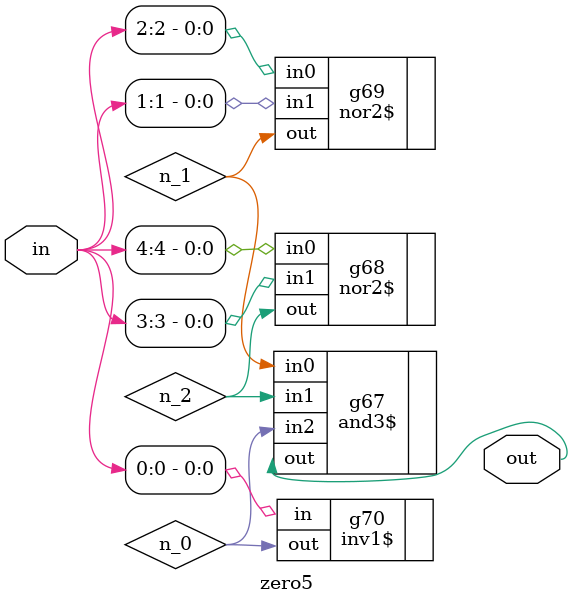
<source format=v>


// Verification Directory fv/zero 
module zero32(in, out);
  input [31:0] in;
  output out;
  wire [31:0] in;
  wire out;
  wire n_0, n_1, n_2, n_3, n_4, n_5, n_6, n_7;
  wire n_8, n_9;
  nor2$ g546(.in0 (n_9), .in1 (n_8), .out (out));
  nand4$ g547(.in0 (n_0), .in1 (n_5), .in2 (n_3), .in3 (n_2), .out
       (n_9));
  nand4$ g548(.in0 (n_1), .in1 (n_4), .in2 (n_6), .in3 (n_7), .out
       (n_8));
  nor4$ g556(.in0 (in[1]), .in1 (in[2]), .in2 (in[3]), .in3 (in[0]),
       .out (n_7));
  nor4$ g549(.in0 (in[13]), .in1 (in[14]), .in2 (in[15]), .in3
       (in[12]), .out (n_6));
  nor4$ g552(.in0 (in[25]), .in1 (in[26]), .in2 (in[27]), .in3
       (in[24]), .out (n_5));
  nor4$ g553(.in0 (in[9]), .in1 (in[10]), .in2 (in[11]), .in3 (in[8]),
       .out (n_4));
  nor4$ g550(.in0 (in[29]), .in1 (in[30]), .in2 (in[31]), .in3
       (in[28]), .out (n_3));
  nor4$ g554(.in0 (in[17]), .in1 (in[18]), .in2 (in[19]), .in3
       (in[16]), .out (n_2));
  nor4$ g555(.in0 (in[5]), .in1 (in[6]), .in2 (in[7]), .in3 (in[4]),
       .out (n_1));
  nor4$ g551(.in0 (in[21]), .in1 (in[22]), .in2 (in[23]), .in3
       (in[20]), .out (n_0));
endmodule

module zero16(in, out);
  input [15:0] in;
  output out;
  wire [15:0] in;
  wire out;
  wire n_0, n_1, n_2, n_3, n_4, n_5, n_6, n_7;
  wire n_8, n_9;
  nor2$ g242(.in0 (n_9), .in1 (n_8), .out (out));
  nand4$ g243(.in0 (n_1), .in1 (n_5), .in2 (n_3), .in3 (n_4), .out
       (n_9));
  nand4$ g244(.in0 (n_7), .in1 (n_0), .in2 (n_2), .in3 (n_6), .out
       (n_8));
  nor2$ g250(.in0 (in[3]), .in1 (in[2]), .out (n_7));
  nor2$ g245(.in0 (in[1]), .in1 (in[0]), .out (n_6));
  nor2$ g251(.in0 (in[13]), .in1 (in[12]), .out (n_5));
  nor2$ g252(.in0 (in[9]), .in1 (in[8]), .out (n_4));
  nor2$ g246(.in0 (in[15]), .in1 (in[14]), .out (n_3));
  nor2$ g247(.in0 (in[7]), .in1 (in[6]), .out (n_2));
  nor2$ g248(.in0 (in[11]), .in1 (in[10]), .out (n_1));
  nor2$ g249(.in0 (in[5]), .in1 (in[4]), .out (n_0));
endmodule


module zero8(in, out);
  input [7:0] in;
  output out;
  wire [7:0] in;
  wire out;
  wire n_0, n_1, n_2, n_3, n_4, n_5;
  nor2$ g104(.in0 (n_5), .in1 (n_4), .out (out));
  nand2$ g105(.in0 (n_0), .in1 (n_2), .out (n_5));
  nand2$ g106(.in0 (n_3), .in1 (n_1), .out (n_4));
  nor2$ g107(.in0 (in[3]), .in1 (in[2]), .out (n_3));
  nor2$ g110(.in0 (in[5]), .in1 (in[4]), .out (n_2));
  nor2$ g108(.in0 (in[1]), .in1 (in[0]), .out (n_1));
  nor2$ g109(.in0 (in[7]), .in1 (in[6]), .out (n_0));
endmodule

module zero5(in, out);
  input [4:0] in;
  output out;
  wire [4:0] in;
  wire out;
  wire n_0, n_1, n_2;
  and3$ g67(.in0 (n_1), .in1 (n_2), .in2 (n_0), .out (out));
  nor2$ g68(.in0 (in[4]), .in1 (in[3]), .out (n_2));
  nor2$ g69(.in0 (in[2]), .in1 (in[1]), .out (n_1));
  inv1$ g70(.in (in[0]), .out (n_0));
endmodule




</source>
